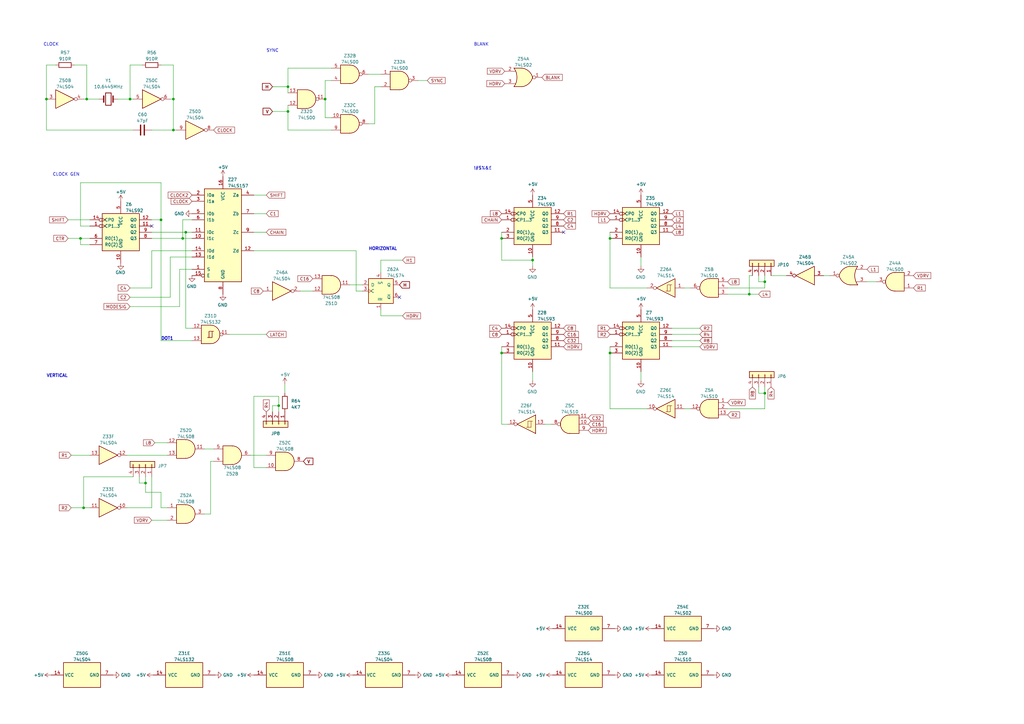
<source format=kicad_sch>
(kicad_sch (version 20230121) (generator eeschema)
  (paper "A3")
  (junction (at 114.3 166.37))
  (junction (at 118.11 45.72))
  (junction (at 59.69 198.12))
  (junction (at 133.35 40.64))
  (junction (at 205.74 97.79))
  (junction (at 19.05 40.64))
  (junction (at 71.12 40.64))
  (junction (at 250.19 144.78))
  (junction (at 74.93 97.79))
  (junction (at 118.11 35.56))
  (junction (at 53.34 40.64))
  (junction (at 313.69 161.29))
  (junction (at 307.34 120.65))
  (junction (at 35.56 40.64))
  (junction (at 34.29 208.28))
  (junction (at 71.12 53.34))
  (junction (at 313.69 115.57))
  (junction (at 218.44 106.68))
  (junction (at 66.04 90.17))
  (junction (at 250.19 97.79))
  (junction (at 76.2 95.25))
  (junction (at 205.74 144.78))
  (junction (at 33.02 97.79))
  (no_connect (at 62.23 92.71))
  (no_connect (at 163.83 121.92))
  (no_connect (at 231.14 95.25))
  (wire (pts (xy 313.69 113.03) (xy 313.69 115.57)))
  (wire (pts (xy 104.14 191.77) (xy 109.22 191.77)))
  (wire (pts (xy 83.82 210.82) (xy 86.36 210.82)))
  (wire (pts (xy 133.35 33.02) (xy 135.89 33.02)))
  (wire (pts (xy 355.6 115.57) (xy 359.41 115.57)))
  (wire (pts (xy 66.04 201.93) (xy 66.04 208.28)))
  (wire (pts (xy 316.23 113.03) (xy 322.58 113.03)))
  (wire (pts (xy 311.15 158.75) (xy 311.15 161.29)))
  (wire (pts (xy 62.23 208.28) (xy 52.07 208.28)))
  (wire (pts (xy 71.12 53.34) (xy 72.39 53.34)))
  (wire (pts (xy 156.21 129.54) (xy 165.1 129.54)))
  (wire (pts (xy 287.02 134.62) (xy 275.59 134.62)))
  (wire (pts (xy 250.19 142.24) (xy 250.19 144.78)))
  (wire (pts (xy 83.82 184.15) (xy 87.63 184.15)))
  (wire (pts (xy 59.69 198.12) (xy 59.69 201.93)))
  (wire (pts (xy 151.13 50.8) (xy 153.67 50.8)))
  (wire (pts (xy 218.44 106.68) (xy 218.44 109.22)))
  (wire (pts (xy 111.76 45.72) (xy 118.11 45.72)))
  (wire (pts (xy 63.5 181.61) (xy 68.58 181.61)))
  (wire (pts (xy 307.34 113.03) (xy 308.61 113.03)))
  (wire (pts (xy 71.12 40.64) (xy 71.12 53.34)))
  (wire (pts (xy 250.19 95.25) (xy 250.19 97.79)))
  (wire (pts (xy 62.23 213.36) (xy 68.58 213.36)))
  (wire (pts (xy 313.69 115.57) (xy 311.15 115.57)))
  (wire (pts (xy 33.02 74.93) (xy 66.04 74.93)))
  (wire (pts (xy 19.05 53.34) (xy 54.61 53.34)))
  (wire (pts (xy 48.26 40.64) (xy 53.34 40.64)))
  (wire (pts (xy 275.59 142.24) (xy 287.02 142.24)))
  (wire (pts (xy 111.76 35.56) (xy 118.11 35.56)))
  (wire (pts (xy 33.02 92.71) (xy 33.02 74.93)))
  (wire (pts (xy 59.69 198.12) (xy 57.15 198.12)))
  (wire (pts (xy 205.74 142.24) (xy 205.74 144.78)))
  (wire (pts (xy 29.21 208.28) (xy 34.29 208.28)))
  (wire (pts (xy 135.89 53.34) (xy 118.11 53.34)))
  (wire (pts (xy 62.23 97.79) (xy 74.93 97.79)))
  (wire (pts (xy 34.29 208.28) (xy 36.83 208.28)))
  (wire (pts (xy 53.34 40.64) (xy 54.61 40.64)))
  (wire (pts (xy 22.86 26.67) (xy 19.05 26.67)))
  (wire (pts (xy 66.04 26.67) (xy 71.12 26.67)))
  (wire (pts (xy 104.14 87.63) (xy 109.22 87.63)))
  (wire (pts (xy 59.69 201.93) (xy 66.04 201.93)))
  (wire (pts (xy 313.69 118.11) (xy 298.45 118.11)))
  (wire (pts (xy 111.76 166.37) (xy 114.3 166.37)))
  (wire (pts (xy 78.74 90.17) (xy 74.93 90.17)))
  (wire (pts (xy 76.2 134.62) (xy 78.74 134.62)))
  (wire (pts (xy 250.19 118.11) (xy 265.43 118.11)))
  (wire (pts (xy 118.11 53.34) (xy 118.11 45.72)))
  (wire (pts (xy 66.04 74.93) (xy 66.04 90.17)))
  (wire (pts (xy 69.85 121.92) (xy 69.85 105.41)))
  (wire (pts (xy 250.19 97.79) (xy 250.19 118.11)))
  (wire (pts (xy 298.45 120.65) (xy 307.34 120.65)))
  (wire (pts (xy 111.76 168.91) (xy 111.76 166.37)))
  (wire (pts (xy 35.56 26.67) (xy 35.56 40.64)))
  (wire (pts (xy 62.23 118.11) (xy 53.34 118.11)))
  (wire (pts (xy 313.69 158.75) (xy 313.69 161.29)))
  (wire (pts (xy 74.93 90.17) (xy 74.93 97.79)))
  (wire (pts (xy 29.21 186.69) (xy 36.83 186.69)))
  (wire (pts (xy 104.14 102.87) (xy 146.05 102.87)))
  (wire (pts (xy 36.83 92.71) (xy 33.02 92.71)))
  (wire (pts (xy 307.34 113.03) (xy 307.34 120.65)))
  (wire (pts (xy 33.02 97.79) (xy 36.83 97.79)))
  (wire (pts (xy 114.3 168.91) (xy 114.3 166.37)))
  (wire (pts (xy 313.69 167.64) (xy 298.45 167.64)))
  (wire (pts (xy 62.23 95.25) (xy 76.2 95.25)))
  (wire (pts (xy 19.05 40.64) (xy 19.05 53.34)))
  (wire (pts (xy 114.3 162.56) (xy 104.14 162.56)))
  (wire (pts (xy 59.69 195.58) (xy 59.69 198.12)))
  (wire (pts (xy 104.14 95.25) (xy 109.22 95.25)))
  (wire (pts (xy 104.14 162.56) (xy 104.14 191.77)))
  (wire (pts (xy 114.3 166.37) (xy 114.3 162.56)))
  (wire (pts (xy 311.15 115.57) (xy 311.15 113.03)))
  (wire (pts (xy 165.1 106.68) (xy 156.21 106.68)))
  (wire (pts (xy 34.29 195.58) (xy 54.61 195.58)))
  (wire (pts (xy 205.74 95.25) (xy 205.74 97.79)))
  (wire (pts (xy 66.04 90.17) (xy 62.23 90.17)))
  (wire (pts (xy 78.74 102.87) (xy 62.23 102.87)))
  (wire (pts (xy 156.21 106.68) (xy 156.21 111.76)))
  (wire (pts (xy 58.42 26.67) (xy 53.34 26.67)))
  (wire (pts (xy 205.74 97.79) (xy 205.74 106.68)))
  (wire (pts (xy 250.19 167.64) (xy 265.43 167.64)))
  (wire (pts (xy 262.89 152.4) (xy 262.89 156.21)))
  (wire (pts (xy 30.48 26.67) (xy 35.56 26.67)))
  (wire (pts (xy 205.74 173.99) (xy 208.28 173.99)))
  (wire (pts (xy 33.02 100.33) (xy 33.02 97.79)))
  (wire (pts (xy 337.82 113.03) (xy 340.36 113.03)))
  (wire (pts (xy 104.14 80.01) (xy 109.22 80.01)))
  (wire (pts (xy 86.36 189.23) (xy 87.63 189.23)))
  (wire (pts (xy 57.15 198.12) (xy 57.15 195.58)))
  (wire (pts (xy 143.51 116.84) (xy 148.59 116.84)))
  (wire (pts (xy 76.2 95.25) (xy 78.74 95.25)))
  (wire (pts (xy 19.05 26.67) (xy 19.05 40.64)))
  (wire (pts (xy 73.66 110.49) (xy 73.66 125.73)))
  (wire (pts (xy 133.35 40.64) (xy 133.35 33.02)))
  (wire (pts (xy 62.23 195.58) (xy 62.23 208.28)))
  (wire (pts (xy 153.67 35.56) (xy 156.21 35.56)))
  (wire (pts (xy 118.11 35.56) (xy 118.11 38.1)))
  (wire (pts (xy 118.11 45.72) (xy 118.11 43.18)))
  (wire (pts (xy 171.45 33.02) (xy 175.26 33.02)))
  (wire (pts (xy 66.04 139.7) (xy 66.04 90.17)))
  (wire (pts (xy 146.05 102.87) (xy 146.05 119.38)))
  (wire (pts (xy 74.93 97.79) (xy 78.74 97.79)))
  (wire (pts (xy 135.89 48.26) (xy 133.35 48.26)))
  (wire (pts (xy 69.85 105.41) (xy 78.74 105.41)))
  (wire (pts (xy 86.36 210.82) (xy 86.36 189.23)))
  (wire (pts (xy 76.2 95.25) (xy 76.2 134.62)))
  (wire (pts (xy 62.23 102.87) (xy 62.23 118.11)))
  (wire (pts (xy 133.35 48.26) (xy 133.35 40.64)))
  (wire (pts (xy 69.85 40.64) (xy 71.12 40.64)))
  (wire (pts (xy 280.67 167.64) (xy 283.21 167.64)))
  (wire (pts (xy 78.74 139.7) (xy 66.04 139.7)))
  (wire (pts (xy 280.67 118.11) (xy 283.21 118.11)))
  (wire (pts (xy 135.89 27.94) (xy 118.11 27.94)))
  (wire (pts (xy 313.69 115.57) (xy 313.69 118.11)))
  (wire (pts (xy 287.02 137.16) (xy 275.59 137.16)))
  (wire (pts (xy 62.23 53.34) (xy 71.12 53.34)))
  (wire (pts (xy 205.74 106.68) (xy 218.44 106.68)))
  (wire (pts (xy 262.89 105.41) (xy 262.89 109.22)))
  (wire (pts (xy 311.15 161.29) (xy 313.69 161.29)))
  (wire (pts (xy 36.83 100.33) (xy 33.02 100.33)))
  (wire (pts (xy 153.67 50.8) (xy 153.67 35.56)))
  (wire (pts (xy 53.34 26.67) (xy 53.34 40.64)))
  (wire (pts (xy 275.59 139.7) (xy 287.02 139.7)))
  (wire (pts (xy 146.05 119.38) (xy 148.59 119.38)))
  (wire (pts (xy 205.74 144.78) (xy 205.74 173.99)))
  (wire (pts (xy 53.34 121.92) (xy 69.85 121.92)))
  (wire (pts (xy 151.13 30.48) (xy 156.21 30.48)))
  (wire (pts (xy 313.69 161.29) (xy 313.69 167.64)))
  (wire (pts (xy 118.11 27.94) (xy 118.11 35.56)))
  (wire (pts (xy 156.21 127) (xy 156.21 129.54)))
  (wire (pts (xy 52.07 186.69) (xy 68.58 186.69)))
  (wire (pts (xy 123.19 119.38) (xy 128.27 119.38)))
  (wire (pts (xy 53.34 125.73) (xy 73.66 125.73)))
  (wire (pts (xy 71.12 26.67) (xy 71.12 40.64)))
  (wire (pts (xy 27.94 90.17) (xy 36.83 90.17)))
  (wire (pts (xy 66.04 208.28) (xy 68.58 208.28)))
  (wire (pts (xy 35.56 40.64) (xy 40.64 40.64)))
  (wire (pts (xy 78.74 110.49) (xy 73.66 110.49)))
  (wire (pts (xy 34.29 195.58) (xy 34.29 208.28)))
  (wire (pts (xy 102.87 186.69) (xy 109.22 186.69)))
  (wire (pts (xy 218.44 152.4) (xy 218.44 156.21)))
  (wire (pts (xy 116.84 157.48) (xy 116.84 161.29)))
  (wire (pts (xy 223.52 173.99) (xy 226.06 173.99)))
  (wire (pts (xy 27.94 97.79) (xy 33.02 97.79)))
  (wire (pts (xy 307.34 120.65) (xy 311.15 120.65)))
  (wire (pts (xy 218.44 105.41) (xy 218.44 106.68)))
  (wire (pts (xy 34.29 40.64) (xy 35.56 40.64)))
  (wire (pts (xy 93.98 137.16) (xy 109.22 137.16)))
  (wire (pts (xy 250.19 144.78) (xy 250.19 167.64)))
  (text "BLANK" (at 194.31 19.05 0) (effects (font (size 1.27 1.27)) (justify left bottom)))
  (text "VERTICAL" (at 19.05 154.94 0) (effects (font (size 1.27 1.27) bold) (justify left bottom)))
  (text "SYNC" (at 109.22 21.59 0) (effects (font (size 1.27 1.27)) (justify left bottom)))
  (text "DOT1" (at 66.04 139.7 0) (effects (font (size 1.27 1.27) (thickness 0.254) bold) (justify left bottom)))
  (text "CLOCK" (at 17.78 19.05 0) (effects (font (size 1.27 1.27)) (justify left bottom)))
  (text "!#$%&£" (at 194.31 69.85 0) (effects (font (size 1.27 1.27)) (justify left bottom)))
  (text "CLOCK GEN" (at 21.59 72.39 0) (effects (font (size 1.27 1.27)) (justify left bottom)))
  (text "HORIZONTAL" (at 151.13 102.87 0) (effects (font (size 1.27 1.27) bold) (justify left bottom)))
  (global_label "L8" (shape input) (at 298.45 115.57 0) (property "Intersheetrefs" "${INTERSHEET_REFS}" (effects hide)))
  (global_label "C2" (shape input) (at 53.34 121.92 180) (property "Intersheetrefs" "${INTERSHEET_REFS}" (effects hide)))
  (global_label "SHIFT" (shape input) (at 27.94 90.17 180) (property "Intersheetrefs" "${INTERSHEET_REFS}" (effects hide)))
  (global_label "R8" (shape input) (at 308.61 158.75 270) (property "Intersheetrefs" "${INTERSHEET_REFS}" (effects hide)))
  (global_label "C1" (shape input) (at 109.22 87.63 0) (property "Intersheetrefs" "${INTERSHEET_REFS}" (effects hide)))
  (global_label "L2" (shape input) (at 275.59 90.17 0) (property "Intersheetrefs" "${INTERSHEET_REFS}" (effects hide)))
  (global_label "CHAIN" (shape input) (at 205.74 90.17 180) (property "Intersheetrefs" "${INTERSHEET_REFS}" (effects hide)))
  (global_label "C8" (shape input) (at 205.74 137.16 180) (property "Intersheetrefs" "${INTERSHEET_REFS}" (effects hide)))
  (global_label "VDRV" (shape input) (at 287.02 142.24 0) (property "Intersheetrefs" "${INTERSHEET_REFS}" (effects hide)))
  (global_label "HDRV" (shape input) (at 231.14 142.24 0) (property "Intersheetrefs" "${INTERSHEET_REFS}" (effects hide)))
  (global_label "VDRV" (shape input) (at 207.01 29.21 180) (property "Intersheetrefs" "${INTERSHEET_REFS}" (effects hide)))
  (global_label "H" (shape input) (at 111.76 35.56 180) (effects (font (thickness 0.254) bold)) (property "Intersheetrefs" "${INTERSHEET_REFS}" (effects hide)))
  (global_label "H" (shape input) (at 163.83 116.84 0) (effects (font (thickness 0.254) bold)) (property "Intersheetrefs" "${INTERSHEET_REFS}" (effects hide)))
  (global_label "C4" (shape input) (at 205.74 134.62 180) (property "Intersheetrefs" "${INTERSHEET_REFS}" (effects hide)))
  (global_label "SHIFT" (shape input) (at 109.22 80.01 0) (property "Intersheetrefs" "${INTERSHEET_REFS}" (effects hide)))
  (global_label "R2" (shape input) (at 287.02 134.62 0) (property "Intersheetrefs" "${INTERSHEET_REFS}" (effects hide)))
  (global_label "CTR" (shape input) (at 27.94 97.79 180) (property "Intersheetrefs" "${INTERSHEET_REFS}" (effects hide)))
  (global_label "C8" (shape input) (at 107.95 119.38 180) (property "Intersheetrefs" "${INTERSHEET_REFS}" (effects hide)))
  (global_label "CHAIN" (shape input) (at 109.22 95.25 0) (property "Intersheetrefs" "${INTERSHEET_REFS}" (effects hide)))
  (global_label "R2" (shape input) (at 29.21 208.28 180) (property "Intersheetrefs" "${INTERSHEET_REFS}" (effects hide)))
  (global_label "HDRV" (shape input) (at 207.01 34.29 180) (property "Intersheetrefs" "${INTERSHEET_REFS}" (effects hide)))
  (global_label "MODESIG" (shape input) (at 53.34 125.73 180) (property "Intersheetrefs" "${INTERSHEET_REFS}" (effects hide)))
  (global_label "BLANK" (shape input) (at 222.25 31.75 0) (property "Intersheetrefs" "${INTERSHEET_REFS}" (effects hide)))
  (global_label "R1" (shape input) (at 29.21 186.69 180) (property "Intersheetrefs" "${INTERSHEET_REFS}" (effects hide)))
  (global_label "R4" (shape input) (at 287.02 137.16 0) (property "Intersheetrefs" "${INTERSHEET_REFS}" (effects hide)))
  (global_label "C16" (shape input) (at 241.3 173.99 0) (property "Intersheetrefs" "${INTERSHEET_REFS}" (effects hide)))
  (global_label "R1" (shape input) (at 250.19 134.62 180) (property "Intersheetrefs" "${INTERSHEET_REFS}" (effects hide)))
  (global_label "VDRV" (shape input) (at 374.65 113.03 0) (property "Intersheetrefs" "${INTERSHEET_REFS}" (effects hide)))
  (global_label "C32" (shape input) (at 241.3 171.45 0) (property "Intersheetrefs" "${INTERSHEET_REFS}" (effects hide)))
  (global_label "C16" (shape input) (at 128.27 114.3 180) (property "Intersheetrefs" "${INTERSHEET_REFS}" (effects hide)))
  (global_label "C4" (shape input) (at 231.14 92.71 0) (property "Intersheetrefs" "${INTERSHEET_REFS}" (effects hide)))
  (global_label "R4" (shape input) (at 109.22 168.91 90) (property "Intersheetrefs" "${INTERSHEET_REFS}" (effects hide)))
  (global_label "R1" (shape input) (at 374.65 118.11 0) (property "Intersheetrefs" "${INTERSHEET_REFS}" (effects hide)))
  (global_label "C4" (shape input) (at 53.34 118.11 180) (property "Intersheetrefs" "${INTERSHEET_REFS}" (effects hide)))
  (global_label "CLOCK" (shape input) (at 87.63 53.34 0) (property "Intersheetrefs" "${INTERSHEET_REFS}" (effects hide)))
  (global_label "L8" (shape input) (at 275.59 95.25 0) (property "Intersheetrefs" "${INTERSHEET_REFS}" (effects hide)))
  (global_label "C2" (shape input) (at 231.14 90.17 0) (property "Intersheetrefs" "${INTERSHEET_REFS}" (effects hide)))
  (global_label "L4" (shape input) (at 311.15 120.65 0) (property "Intersheetrefs" "${INTERSHEET_REFS}" (effects hide)))
  (global_label "L1" (shape input) (at 250.19 90.17 180) (property "Intersheetrefs" "${INTERSHEET_REFS}" (effects hide)))
  (global_label "VDRV" (shape input) (at 298.45 165.1 0) (property "Intersheetrefs" "${INTERSHEET_REFS}" (effects hide)))
  (global_label "CLOCK" (shape input) (at 78.74 82.55 180) (property "Intersheetrefs" "${INTERSHEET_REFS}" (effects hide)))
  (global_label "VDRV" (shape input) (at 62.23 213.36 180) (property "Intersheetrefs" "${INTERSHEET_REFS}" (effects hide)))
  (global_label "L8" (shape input) (at 205.74 87.63 180) (property "Intersheetrefs" "${INTERSHEET_REFS}" (effects hide)))
  (global_label "CLOCK2" (shape input) (at 78.74 80.01 180) (property "Intersheetrefs" "${INTERSHEET_REFS}" (effects hide)))
  (global_label "HDRV" (shape input) (at 241.3 176.53 0) (property "Intersheetrefs" "${INTERSHEET_REFS}" (effects hide)))
  (global_label "L8" (shape input) (at 63.5 181.61 180) (property "Intersheetrefs" "${INTERSHEET_REFS}" (effects hide)))
  (global_label "V" (shape input) (at 111.76 45.72 180) (effects (font (thickness 0.254) bold)) (property "Intersheetrefs" "${INTERSHEET_REFS}" (effects hide)))
  (global_label "SYNC" (shape input) (at 175.26 33.02 0) (property "Intersheetrefs" "${INTERSHEET_REFS}" (effects hide)))
  (global_label "C8" (shape input) (at 231.14 134.62 0) (property "Intersheetrefs" "${INTERSHEET_REFS}" (effects hide)))
  (global_label "C16" (shape input) (at 231.14 137.16 0) (property "Intersheetrefs" "${INTERSHEET_REFS}" (effects hide)))
  (global_label "L1" (shape input) (at 275.59 87.63 0) (property "Intersheetrefs" "${INTERSHEET_REFS}" (effects hide)))
  (global_label "HDRV" (shape input) (at 250.19 87.63 180) (property "Intersheetrefs" "${INTERSHEET_REFS}" (effects hide)))
  (global_label "R8" (shape input) (at 287.02 139.7 0) (property "Intersheetrefs" "${INTERSHEET_REFS}" (effects hide)))
  (global_label "V" (shape input) (at 124.46 189.23 0) (effects (font (thickness 0.254) bold)) (property "Intersheetrefs" "${INTERSHEET_REFS}" (effects hide)))
  (global_label "R4" (shape input) (at 316.23 158.75 270) (property "Intersheetrefs" "${INTERSHEET_REFS}" (effects hide)))
  (global_label "R2" (shape input) (at 250.19 137.16 180) (property "Intersheetrefs" "${INTERSHEET_REFS}" (effects hide)))
  (global_label "L4" (shape input) (at 275.59 92.71 0) (property "Intersheetrefs" "${INTERSHEET_REFS}" (effects hide)))
  (global_label "HDRV" (shape input) (at 165.1 129.54 0) (property "Intersheetrefs" "${INTERSHEET_REFS}" (effects hide)))
  (global_label "C32" (shape input) (at 231.14 139.7 0) (property "Intersheetrefs" "${INTERSHEET_REFS}" (effects hide)))
  (global_label "LATCH" (shape input) (at 109.22 137.16 0) (property "Intersheetrefs" "${INTERSHEET_REFS}" (effects hide)))
  (global_label "R1" (shape input) (at 231.14 87.63 0) (property "Intersheetrefs" "${INTERSHEET_REFS}" (effects hide)))
  (global_label "H1" (shape input) (at 165.1 106.68 0) (property "Intersheetrefs" "${INTERSHEET_REFS}" (effects hide)))
  (global_label "L1" (shape input) (at 355.6 110.49 0) (property "Intersheetrefs" "${INTERSHEET_REFS}" (effects hide)))
  (global_label "R2" (shape input) (at 298.45 170.18 0) (property "Intersheetrefs" "${INTERSHEET_REFS}" (effects hide)))
  (symbol (lib_id "power:+5V") (at 267.335 257.81 90) (unit 1)
    (property "Reference" "#PWR010" (effects hide))
    (property "Value" "+5V" (at 262.255 257.81 90))
    (instances (project "TRS80IJP_1" (path "" (reference "#PWR010") (unit 1)) (path "" (reference "#PWR040") (unit 1))))
  )
  (symbol (lib_id "power:GND") (at 78.74 87.63 270) (unit 1)
    (property "Reference" "#PWR0108" (effects hide))
    (property "Value" "GND" (at 75.565 87.63 90) (effects (justify right)))
    (instances (project "TRS80IJP_1" (path "" (reference "#PWR0108") (unit 1)) (path "" (reference "#PWR0123") (unit 1)) (path "" (reference "#PWR0132") (unit 1)) (path "" (reference "#PWR0137") (unit 1)) (path "" (reference "#PWR0216") (unit 1)) (path "" (reference "#PWR0187") (unit 1))))
  )
  (symbol (lib_id "power:GND") (at 129.54 276.86 90) (unit 1)
    (property "Reference" "#PWR0108" (effects hide))
    (property "Value" "GND" (at 132.715 276.86 90) (effects (justify right)))
    (instances (project "TRS80IJP_1" (path "" (reference "#PWR0108") (unit 1)) (path "" (reference "#PWR0123") (unit 1)) (path "" (reference "#PWR0132") (unit 1)) (path "" (reference "#PWR0137") (unit 1)) (path "" (reference "#PWR0163") (unit 1))))
  )
  (symbol (lib_id "74xx:74LS10") (at 290.83 118.11 180) (unit 2)
    (property "Reference" "Z5" (at 290.83 110.49 0))
    (property "Value" "74LS10" (at 290.83 113.03 0))
    (property "Footprint" "Package_DIP:DIP-14_W7.62mm" (effects hide))
    (property "Datasheet" "http://www.ti.com/lit/gpn/sn74LS10" (effects hide))
  )
  (symbol (lib_id "Connector_Generic:Conn_01x04") (at 313.69 107.95 270) (mirror x) (unit 1)
    (property "Reference" "JP10" (at 318.77 108.585 90) (effects (justify left)))
    (property "Value" "JP8" (effects hide))
    (property "Footprint" "TRS80:Double Wire Jumper" (effects hide))
  )
  (symbol (lib_id "74xx:74LS02") (at 347.98 113.03 0) (mirror y) (unit 1)
    (property "Reference" "Z45" (at 347.98 105.41 0))
    (property "Value" "74LS02" (at 347.98 107.95 0))
    (property "Footprint" "Package_DIP:DIP-14_W7.62mm" (effects hide))
    (property "Datasheet" "http://www.ti.com/lit/gpn/sn74ls02" (effects hide))
  )
  (symbol (lib_id "power:GND") (at 292.735 276.86 90) (unit 1)
    (property "Reference" "#PWR0108" (effects hide))
    (property "Value" "GND" (at 295.91 276.86 90) (effects (justify right)))
    (instances (project "TRS80IJP_1" (path "" (reference "#PWR0108") (unit 1)) (path "" (reference "#PWR0123") (unit 1)) (path "" (reference "#PWR0132") (unit 1)) (path "" (reference "#PWR0137") (unit 1)) (path "" (reference "#PWR0168") (unit 1))))
  )
  (symbol (lib_id "Device:R") (at 26.67 26.67 90) (unit 1)
    (property "Reference" "R57" (at 26.67 21.59 90))
    (property "Value" "910R" (at 26.67 24.13 90))
    (property "Footprint" "TRS80:Resistor 10.16mm" (effects hide))
  )
  (symbol (lib_id "power:GND") (at 252.095 257.81 90) (unit 1)
    (property "Reference" "#PWR0108" (effects hide))
    (property "Value" "GND" (at 255.27 257.81 90) (effects (justify right)))
    (instances (project "TRS80IJP_1" (path "" (reference "#PWR0108") (unit 1)) (path "" (reference "#PWR0123") (unit 1)) (path "" (reference "#PWR0132") (unit 1)) (path "" (reference "#PWR0137") (unit 1)) (path "" (reference "#PWR0166") (unit 1))))
  )
  (symbol (lib_id "74xx:74LS93") (at 262.89 139.7 0) (unit 1)
    (property "Reference" "Z7" (at 264.8459 128.27 0) (effects (justify left)))
    (property "Value" "74LS93" (at 264.8459 130.81 0) (effects (justify left)))
    (property "Footprint" "Package_DIP:DIP-14_W7.62mm" (effects hide))
    (property "Datasheet" "http://www.ti.com/lit/gpn/sn74LS93" (effects hide))
  )
  (symbol (lib_id "power:+5V") (at 91.44 72.39 0) (unit 1)
    (property "Reference" "#PWR010" (effects hide))
    (property "Value" "+5V" (at 91.44 68.58 0))
    (instances (project "TRS80IJP_1" (path "" (reference "#PWR010") (unit 1)) (path "" (reference "#PWR096") (unit 1)) (path "" (reference "#PWR048") (unit 1)) (path "" (reference "#PWR058") (unit 1)) (path "" (reference "#PWR079") (unit 1)) (path "" (reference "#PWR092") (unit 1))))
  )
  (symbol (lib_id "74xx:74LS00") (at 367.03 115.57 180) (unit 1)
    (property "Reference" "Z44" (at 367.03 107.95 0))
    (property "Value" "74LS00" (at 367.03 110.49 0))
    (property "Footprint" "Package_DIP:DIP-14_W7.62mm" (effects hide))
    (property "Datasheet" "http://www.ti.com/lit/gpn/sn74ls00" (effects hide))
  )
  (symbol (lib_id "74xx:74LS93") (at 262.89 92.71 0) (unit 1)
    (property "Reference" "Z35" (at 264.8459 81.28 0) (effects (justify left)))
    (property "Value" "74LS93" (at 264.8459 83.82 0) (effects (justify left)))
    (property "Footprint" "Package_DIP:DIP-14_W7.62mm" (effects hide))
    (property "Datasheet" "http://www.ti.com/lit/gpn/sn74LS93" (effects hide))
  )
  (symbol (lib_id "power:+5V") (at 144.78 276.86 90) (unit 1)
    (property "Reference" "#PWR010" (effects hide))
    (property "Value" "+5V" (at 139.7 276.86 90))
    (instances (project "TRS80IJP_1" (path "" (reference "#PWR010") (unit 1)) (path "" (reference "#PWR036") (unit 1))))
  )
  (symbol (lib_id "Connector_Generic:Conn_01x04") (at 313.69 153.67 270) (mirror x) (unit 1)
    (property "Reference" "JP6" (at 318.77 154.305 90) (effects (justify left)))
    (property "Value" "JP8" (effects hide))
    (property "Footprint" "TRS80:Double Wire Jumper" (effects hide))
  )
  (symbol (lib_id "power:GND") (at 252.095 276.86 90) (unit 1)
    (property "Reference" "#PWR0108" (effects hide))
    (property "Value" "GND" (at 255.27 276.86 90) (effects (justify right)))
    (instances (project "TRS80IJP_1" (path "" (reference "#PWR0108") (unit 1)) (path "" (reference "#PWR0123") (unit 1)) (path "" (reference "#PWR0132") (unit 1)) (path "" (reference "#PWR0137") (unit 1)) (path "" (reference "#PWR0167") (unit 1))))
  )
  (symbol (lib_id "74xx:74LS08") (at 116.84 276.86 90) (unit 5)
    (property "Reference" "Z51" (at 116.84 267.97 90))
    (property "Value" "74LS08" (at 116.84 270.51 90))
    (property "Footprint" "Package_DIP:DIP-14_W7.62mm" (effects hide))
    (property "Datasheet" "http://www.ti.com/lit/gpn/sn74LS08" (effects hide))
  )
  (symbol (lib_id "74xx:74LS00") (at 143.51 30.48 0) (mirror x) (unit 2)
    (property "Reference" "Z32" (at 143.51 22.86 0))
    (property "Value" "74LS00" (at 143.51 25.4 0))
    (property "Footprint" "Package_DIP:DIP-14_W7.62mm" (effects hide))
    (property "Datasheet" "http://www.ti.com/lit/gpn/sn74ls00" (effects hide))
  )
  (symbol (lib_id "Device:C") (at 58.42 53.34 90) (unit 1)
    (property "Reference" "C60" (at 58.42 46.99 90))
    (property "Value" "47pF" (at 58.42 49.53 90))
    (property "Footprint" "TRS80:Ceramic Disc 5mm" (effects hide))
  )
  (symbol (lib_id "74xx:74LS04") (at 33.655 276.86 90) (unit 7)
    (property "Reference" "Z50" (at 33.655 267.97 90))
    (property "Value" "74LS04" (at 33.655 270.51 90))
    (property "Footprint" "Package_DIP:DIP-14_W7.62mm" (effects hide))
    (property "Datasheet" "http://www.ti.com/lit/gpn/sn74LS04" (effects hide))
  )
  (symbol (lib_id "power:GND") (at 46.355 276.86 90) (unit 1)
    (property "Reference" "#PWR0108" (effects hide))
    (property "Value" "GND" (at 49.53 276.86 90) (effects (justify right)))
    (instances (project "TRS80IJP_1" (path "" (reference "#PWR0108") (unit 1)) (path "" (reference "#PWR0123") (unit 1)) (path "" (reference "#PWR0132") (unit 1)) (path "" (reference "#PWR0137") (unit 1)) (path "" (reference "#PWR0161") (unit 1))))
  )
  (symbol (lib_id "power:GND") (at 78.74 113.03 0) (unit 1)
    (property "Reference" "#PWR0108" (effects hide))
    (property "Value" "GND" (at 80.645 117.475 0) (effects (justify right)))
    (instances (project "TRS80IJP_1" (path "" (reference "#PWR0108") (unit 1)) (path "" (reference "#PWR0123") (unit 1)) (path "" (reference "#PWR0132") (unit 1)) (path "" (reference "#PWR0137") (unit 1)) (path "" (reference "#PWR0217") (unit 1)) (path "" (reference "#PWR0187") (unit 1))))
  )
  (symbol (lib_id "74xx:74LS14") (at 215.9 173.99 180) (unit 6)
    (property "Reference" "Z26" (at 215.9 166.37 0))
    (property "Value" "74LS14" (at 215.9 168.91 0))
    (property "Footprint" "Package_DIP:DIP-14_W7.62mm" (effects hide))
    (property "Datasheet" "http://www.ti.com/lit/gpn/sn74LS14" (effects hide))
  )
  (symbol (lib_id "power:+5V") (at 185.42 276.86 90) (unit 1)
    (property "Reference" "#PWR010" (effects hide))
    (property "Value" "+5V" (at 180.34 276.86 90))
    (instances (project "TRS80IJP_1" (path "" (reference "#PWR010") (unit 1)) (path "" (reference "#PWR037") (unit 1))))
  )
  (symbol (lib_id "74xx:74LS08") (at 95.25 186.69 0) (mirror x) (unit 2)
    (property "Reference" "Z52" (at 95.25 194.31 0))
    (property "Value" "74LS08" (at 95.25 191.77 0))
    (property "Footprint" "Package_DIP:DIP-14_W7.62mm" (effects hide))
    (property "Datasheet" "http://www.ti.com/lit/gpn/sn74LS08" (effects hide))
  )
  (symbol (lib_id "74xx:74LS14") (at 273.05 167.64 180) (unit 5)
    (property "Reference" "Z26" (at 273.05 160.02 0))
    (property "Value" "74LS14" (at 273.05 162.56 0))
    (property "Footprint" "Package_DIP:DIP-14_W7.62mm" (effects hide))
    (property "Datasheet" "http://www.ti.com/lit/gpn/sn74LS14" (effects hide))
  )
  (symbol (lib_id "power:+5V") (at 218.44 80.01 0) (unit 1)
    (property "Reference" "#PWR010" (effects hide))
    (property "Value" "+5V" (at 218.44 75.565 0))
    (instances (project "TRS80IJP_1" (path "" (reference "#PWR010") (unit 1)) (path "" (reference "#PWR043") (unit 1))))
  )
  (symbol (lib_id "power:+5V") (at 104.14 276.86 90) (unit 1)
    (property "Reference" "#PWR010" (effects hide))
    (property "Value" "+5V" (at 99.06 276.86 90))
    (instances (project "TRS80IJP_1" (path "" (reference "#PWR010") (unit 1)) (path "" (reference "#PWR035") (unit 1))))
  )
  (symbol (lib_id "74xx:74LS04") (at 157.48 276.86 90) (unit 7)
    (property "Reference" "Z33" (at 157.48 267.97 90))
    (property "Value" "74LS04" (at 157.48 270.51 90))
    (property "Footprint" "Package_DIP:DIP-14_W7.62mm" (effects hide))
    (property "Datasheet" "http://www.ti.com/lit/gpn/sn74LS04" (effects hide))
  )
  (symbol (lib_id "74xx:74LS02") (at 214.63 31.75 0) (unit 1)
    (property "Reference" "Z54" (at 214.63 24.13 0))
    (property "Value" "74LS02" (at 214.63 26.67 0))
    (property "Footprint" "Package_DIP:DIP-14_W7.62mm" (effects hide))
    (property "Datasheet" "http://www.ti.com/lit/gpn/sn74ls02" (effects hide))
  )
  (symbol (lib_id "power:GND") (at 218.44 156.21 0) (unit 1)
    (property "Reference" "#PWR0108" (effects hide))
    (property "Value" "GND" (at 220.345 160.655 0) (effects (justify right)))
    (instances (project "TRS80IJP_1" (path "" (reference "#PWR0108") (unit 1)) (path "" (reference "#PWR0123") (unit 1)) (path "" (reference "#PWR0132") (unit 1)) (path "" (reference "#PWR0137") (unit 1)) (path "" (reference "#PWR0220") (unit 1)) (path "" (reference "#PWR0187") (unit 1))))
  )
  (symbol (lib_id "74xx:74LS10") (at 290.83 167.64 0) (mirror y) (unit 1)
    (property "Reference" "Z5" (at 290.83 160.02 0))
    (property "Value" "74LS10" (at 290.83 162.56 0))
    (property "Footprint" "Package_DIP:DIP-14_W7.62mm" (effects hide))
    (property "Datasheet" "http://www.ti.com/lit/gpn/sn74LS10" (effects hide))
  )
  (symbol (lib_id "74xx:74LS157") (at 91.44 95.25 0) (unit 1)
    (property "Reference" "Z27" (at 93.3959 73.66 0) (effects (justify left)))
    (property "Value" "74LS157" (at 93.3959 76.2 0) (effects (justify left)))
    (property "Footprint" "Package_DIP:DIP-16_W7.62mm" (effects hide))
    (property "Datasheet" "http://www.ti.com/lit/gpn/sn74LS157" (effects hide))
  )
  (symbol (lib_id "power:GND") (at 218.44 109.22 0) (unit 1)
    (property "Reference" "#PWR0108" (effects hide))
    (property "Value" "GND" (at 220.345 113.665 0) (effects (justify right)))
    (instances (project "TRS80IJP_1" (path "" (reference "#PWR0108") (unit 1)) (path "" (reference "#PWR0123") (unit 1)) (path "" (reference "#PWR0132") (unit 1)) (path "" (reference "#PWR0137") (unit 1)) (path "" (reference "#PWR0219") (unit 1)) (path "" (reference "#PWR0187") (unit 1))))
  )
  (symbol (lib_id "74xx:74LS00") (at 143.51 50.8 0) (mirror x) (unit 3)
    (property "Reference" "Z32" (at 143.51 43.18 0))
    (property "Value" "74LS00" (at 143.51 45.72 0))
    (property "Footprint" "Package_DIP:DIP-14_W7.62mm" (effects hide))
    (property "Datasheet" "http://www.ti.com/lit/gpn/sn74ls00" (effects hide))
  )
  (symbol (lib_id "power:+5V") (at 262.89 127 0) (unit 1)
    (property "Reference" "#PWR010" (effects hide))
    (property "Value" "+5V" (at 262.89 122.555 0))
    (instances (project "TRS80IJP_1" (path "" (reference "#PWR010") (unit 1)) (path "" (reference "#PWR045") (unit 1))))
  )
  (symbol (lib_id "74xx:74LS08") (at 135.89 116.84 0) (mirror x) (unit 4)
    (property "Reference" "Z51" (at 135.89 124.46 0))
    (property "Value" "74LS08" (at 135.89 121.92 0))
    (property "Footprint" "Package_DIP:DIP-14_W7.62mm" (effects hide))
    (property "Datasheet" "http://www.ti.com/lit/gpn/sn74LS08" (effects hide))
  )
  (symbol (lib_id "74xx:74LS132") (at 86.36 137.16 0) (unit 4)
    (property "Reference" "Z31" (at 86.36 129.54 0))
    (property "Value" "74LS132" (at 86.36 132.08 0))
    (property "Footprint" "Package_DIP:DIP-14_W7.62mm" (effects hide))
    (property "Datasheet" "http://www.ti.com/lit/gpn/sn74LS132" (effects hide))
  )
  (symbol (lib_id "74xx:74LS10") (at 233.68 173.99 180) (unit 3)
    (property "Reference" "Z5" (at 233.68 166.37 0))
    (property "Value" "74LS10" (at 233.68 168.91 0))
    (property "Footprint" "Package_DIP:DIP-14_W7.62mm" (effects hide))
    (property "Datasheet" "http://www.ti.com/lit/gpn/sn74LS10" (effects hide))
  )
  (symbol (lib_id "74xx:74LS00") (at 163.83 33.02 0) (unit 1)
    (property "Reference" "Z32" (at 163.83 25.4 0))
    (property "Value" "74LS00" (at 163.83 27.94 0))
    (property "Footprint" "Package_DIP:DIP-14_W7.62mm" (effects hide))
    (property "Datasheet" "http://www.ti.com/lit/gpn/sn74ls00" (effects hide))
  )
  (symbol (lib_id "power:GND") (at 170.18 276.86 90) (unit 1)
    (property "Reference" "#PWR0108" (effects hide))
    (property "Value" "GND" (at 173.355 276.86 90) (effects (justify right)))
    (instances (project "TRS80IJP_1" (path "" (reference "#PWR0108") (unit 1)) (path "" (reference "#PWR0123") (unit 1)) (path "" (reference "#PWR0132") (unit 1)) (path "" (reference "#PWR0137") (unit 1)) (path "" (reference "#PWR0165") (unit 1))))
  )
  (symbol (lib_id "74xx:74LS08") (at 76.2 210.82 0) (unit 1)
    (property "Reference" "Z52" (at 76.2 203.2 0))
    (property "Value" "74LS08" (at 76.2 205.74 0))
    (property "Footprint" "Package_DIP:DIP-14_W7.62mm" (effects hide))
    (property "Datasheet" "http://www.ti.com/lit/gpn/sn74LS08" (effects hide))
  )
  (symbol (lib_id "power:+5V") (at 226.695 257.81 90) (unit 1)
    (property "Reference" "#PWR010" (effects hide))
    (property "Value" "+5V" (at 221.615 257.81 90))
    (instances (project "TRS80IJP_1" (path "" (reference "#PWR010") (unit 1)) (path "" (reference "#PWR041") (unit 1))))
  )
  (symbol (lib_id "74xx:74LS04") (at 44.45 208.28 0) (unit 5)
    (property "Reference" "Z33" (at 44.45 200.66 0))
    (property "Value" "74LS04" (at 44.45 203.2 0))
    (property "Footprint" "Package_DIP:DIP-14_W7.62mm" (effects hide))
    (property "Datasheet" "http://www.ti.com/lit/gpn/sn74LS04" (effects hide))
  )
  (symbol (lib_id "power:+5V") (at 267.335 276.86 90) (unit 1)
    (property "Reference" "#PWR010" (effects hide))
    (property "Value" "+5V" (at 262.255 276.86 90))
    (instances (project "TRS80IJP_1" (path "" (reference "#PWR010") (unit 1)) (path "" (reference "#PWR039") (unit 1))))
  )
  (symbol (lib_id "power:GND") (at 49.53 107.95 0) (unit 1)
    (property "Reference" "#PWR0108" (effects hide))
    (property "Value" "GND" (at 51.435 111.76 0) (effects (justify right)))
    (instances (project "TRS80IJP_1" (path "" (reference "#PWR0108") (unit 1)) (path "" (reference "#PWR0123") (unit 1)) (path "" (reference "#PWR0132") (unit 1)) (path "" (reference "#PWR0137") (unit 1)) (path "" (reference "#PWR0160") (unit 1))))
  )
  (symbol (lib_id "power:GND") (at 262.89 109.22 0) (unit 1)
    (property "Reference" "#PWR0108" (effects hide))
    (property "Value" "GND" (at 264.795 113.665 0) (effects (justify right)))
    (instances (project "TRS80IJP_1" (path "" (reference "#PWR0108") (unit 1)) (path "" (reference "#PWR0123") (unit 1)) (path "" (reference "#PWR0132") (unit 1)) (path "" (reference "#PWR0137") (unit 1)) (path "" (reference "#PWR0228") (unit 1)) (path "" (reference "#PWR0187") (unit 1))))
  )
  (symbol (lib_id "power:+5V") (at 49.53 82.55 0) (unit 1)
    (property "Reference" "#PWR010" (effects hide))
    (property "Value" "+5V" (at 49.53 78.74 0))
    (instances (project "TRS80IJP_1" (path "" (reference "#PWR010") (unit 1)) (path "" (reference "#PWR095") (unit 1)) (path "" (reference "#PWR048") (unit 1)) (path "" (reference "#PWR058") (unit 1)) (path "" (reference "#PWR079") (unit 1)) (path "" (reference "#PWR092") (unit 1))))
  )
  (symbol (lib_id "power:+5V") (at 226.695 276.86 90) (unit 1)
    (property "Reference" "#PWR010" (effects hide))
    (property "Value" "+5V" (at 221.615 276.86 90))
    (instances (project "TRS80IJP_1" (path "" (reference "#PWR010") (unit 1)) (path "" (reference "#PWR038") (unit 1))))
  )
  (symbol (lib_id "Device:R") (at 116.84 165.1 0) (unit 1)
    (property "Reference" "R64" (at 119.38 164.465 0) (effects (justify left)))
    (property "Value" "4K7" (at 119.38 167.005 0) (effects (justify left)))
    (property "Footprint" "TRS80:Resistor 10.16mm" (effects hide))
  )
  (symbol (lib_id "74xx:74LS04") (at 26.67 40.64 0) (unit 2)
    (property "Reference" "Z50" (at 26.67 33.02 0))
    (property "Value" "74LS04" (at 26.67 35.56 0))
    (property "Footprint" "Package_DIP:DIP-14_W7.62mm" (effects hide))
    (property "Datasheet" "http://www.ti.com/lit/gpn/sn74LS04" (effects hide))
  )
  (symbol (lib_id "74xx:74LS04") (at 80.01 53.34 0) (unit 4)
    (property "Reference" "Z50" (at 80.01 45.72 0))
    (property "Value" "74LS04" (at 80.01 48.26 0))
    (property "Footprint" "Package_DIP:DIP-14_W7.62mm" (effects hide))
    (property "Datasheet" "http://www.ti.com/lit/gpn/sn74LS04" (effects hide))
  )
  (symbol (lib_id "74xx:74LS04") (at 44.45 186.69 0) (unit 6)
    (property "Reference" "Z33" (at 44.45 179.07 0))
    (property "Value" "74LS04" (at 44.45 181.61 0))
    (property "Footprint" "Package_DIP:DIP-14_W7.62mm" (effects hide))
    (property "Datasheet" "http://www.ti.com/lit/gpn/sn74LS04" (effects hide))
  )
  (symbol (lib_id "74xx:74LS04") (at 330.2 113.03 180) (unit 2)
    (property "Reference" "Z46" (at 330.2 105.41 0))
    (property "Value" "74LS04" (at 330.2 107.95 0))
    (property "Footprint" "Package_DIP:DIP-14_W7.62mm" (effects hide))
    (property "Datasheet" "http://www.ti.com/lit/gpn/sn74LS04" (effects hide))
  )
  (symbol (lib_id "power:+5V") (at 20.955 276.86 90) (unit 1)
    (property "Reference" "#PWR010" (effects hide))
    (property "Value" "+5V" (at 15.875 276.86 90))
    (instances (project "TRS80IJP_1" (path "" (reference "#PWR010") (unit 1)) (path "" (reference "#PWR033") (unit 1))))
  )
  (symbol (lib_id "power:GND") (at 91.44 120.65 0) (unit 1)
    (property "Reference" "#PWR0108" (effects hide))
    (property "Value" "GND" (at 93.345 125.095 0) (effects (justify right)))
    (instances (project "TRS80IJP_1" (path "" (reference "#PWR0108") (unit 1)) (path "" (reference "#PWR0123") (unit 1)) (path "" (reference "#PWR0132") (unit 1)) (path "" (reference "#PWR0137") (unit 1)) (path "" (reference "#PWR0218") (unit 1)) (path "" (reference "#PWR0187") (unit 1))))
  )
  (symbol (lib_id "power:+5V") (at 116.84 157.48 0) (unit 1)
    (property "Reference" "#PWR010" (effects hide))
    (property "Value" "+5V" (at 116.84 153.67 0))
    (instances (project "TRS80IJP_1" (path "" (reference "#PWR010") (unit 1)) (path "" (reference "#PWR097") (unit 1)) (path "" (reference "#PWR048") (unit 1)) (path "" (reference "#PWR058") (unit 1)) (path "" (reference "#PWR079") (unit 1)) (path "" (reference "#PWR092") (unit 1))))
  )
  (symbol (lib_id "74xx:74LS10") (at 280.035 276.86 90) (unit 4)
    (property "Reference" "Z5" (at 280.035 267.97 90))
    (property "Value" "74LS10" (at 280.035 270.51 90))
    (property "Footprint" "Package_DIP:DIP-14_W7.62mm" (effects hide))
    (property "Datasheet" "http://www.ti.com/lit/gpn/sn74LS10" (effects hide))
  )
  (symbol (lib_id "Connector_Generic:Conn_01x04") (at 114.3 173.99 270) (unit 1)
    (property "Reference" "JP8" (at 113.03 177.8 90))
    (property "Value" "JP8" (effects hide))
    (property "Footprint" "TRS80:Double Wire Jumper" (effects hide))
  )
  (symbol (lib_id "power:GND") (at 210.82 276.86 90) (unit 1)
    (property "Reference" "#PWR0108" (effects hide))
    (property "Value" "GND" (at 213.995 276.86 90) (effects (justify right)))
    (instances (project "TRS80IJP_1" (path "" (reference "#PWR0108") (unit 1)) (path "" (reference "#PWR0123") (unit 1)) (path "" (reference "#PWR0132") (unit 1)) (path "" (reference "#PWR0137") (unit 1)) (path "" (reference "#PWR0164") (unit 1))))
  )
  (symbol (lib_id "74xx:74LS02") (at 280.035 257.81 90) (unit 5)
    (property "Reference" "Z54" (at 280.035 248.92 90))
    (property "Value" "74LS02" (at 280.035 251.46 90))
    (property "Footprint" "Package_DIP:DIP-14_W7.62mm" (effects hide))
    (property "Datasheet" "http://www.ti.com/lit/gpn/sn74ls02" (effects hide))
  )
  (symbol (lib_id "74xx:74LS132") (at 75.565 276.86 90) (unit 5)
    (property "Reference" "Z31" (at 75.565 267.97 90))
    (property "Value" "74LS132" (at 75.565 270.51 90))
    (property "Footprint" "Package_DIP:DIP-14_W7.62mm" (effects hide))
    (property "Datasheet" "http://www.ti.com/lit/gpn/sn74LS132" (effects hide))
  )
  (symbol (lib_id "power:GND") (at 292.735 257.81 90) (unit 1)
    (property "Reference" "#PWR0108" (effects hide))
    (property "Value" "GND" (at 295.91 257.81 90) (effects (justify right)))
    (instances (project "TRS80IJP_1" (path "" (reference "#PWR0108") (unit 1)) (path "" (reference "#PWR0123") (unit 1)) (path "" (reference "#PWR0132") (unit 1)) (path "" (reference "#PWR0137") (unit 1)) (path "" (reference "#PWR0169") (unit 1))))
  )
  (symbol (lib_id "power:+5V") (at 262.89 80.01 0) (unit 1)
    (property "Reference" "#PWR010" (effects hide))
    (property "Value" "+5V" (at 262.89 75.565 0))
    (instances (project "TRS80IJP_1" (path "" (reference "#PWR010") (unit 1)) (path "" (reference "#PWR042") (unit 1))))
  )
  (symbol (lib_id "74xx:74LS00") (at 125.73 40.64 0) (mirror x) (unit 4)
    (property "Reference" "Z32" (at 125.73 45.72 0))
    (property "Value" "74LS00" (at 125.73 48.26 0))
    (property "Footprint" "Package_DIP:DIP-14_W7.62mm" (effects hide))
    (property "Datasheet" "http://www.ti.com/lit/gpn/sn74ls00" (effects hide))
  )
  (symbol (lib_id "74xx:74LS08") (at 198.12 276.86 90) (unit 5)
    (property "Reference" "Z52" (at 198.12 267.97 90))
    (property "Value" "74LS08" (at 198.12 270.51 90))
    (property "Footprint" "Package_DIP:DIP-14_W7.62mm" (effects hide))
    (property "Datasheet" "http://www.ti.com/lit/gpn/sn74LS08" (effects hide))
  )
  (symbol (lib_id "74xx:74LS04") (at 62.23 40.64 0) (unit 3)
    (property "Reference" "Z50" (at 62.23 33.02 0))
    (property "Value" "74LS04" (at 62.23 35.56 0))
    (property "Footprint" "Package_DIP:DIP-14_W7.62mm" (effects hide))
    (property "Datasheet" "http://www.ti.com/lit/gpn/sn74LS04" (effects hide))
  )
  (symbol (lib_id "Device:Crystal") (at 44.45 40.64 180) (unit 1)
    (property "Reference" "Y1" (at 44.45 33.02 0))
    (property "Value" "10.6445MHz" (at 44.45 35.56 0))
    (property "Footprint" "TRS80:Crystal" (effects hide))
  )
  (symbol (lib_id "74xx:74LS74") (at 156.21 119.38 0) (unit 1)
    (property "Reference" "Z62" (at 158.6541 110.49 0) (effects (justify left)))
    (property "Value" "74LS74" (at 158.6541 113.03 0) (effects (justify left)))
    (property "Footprint" "Package_DIP:DIP-14_W7.62mm" (effects hide))
    (property "Datasheet" "74xx/74hc_hct74.pdf" (effects hide))
  )
  (symbol (lib_id "74xx:74LS04") (at 115.57 119.38 0) (unit 1)
    (property "Reference" "Z46" (at 115.57 111.76 0))
    (property "Value" "74LS04" (at 115.57 114.3 0))
    (property "Footprint" "Package_DIP:DIP-14_W7.62mm" (effects hide))
    (property "Datasheet" "http://www.ti.com/lit/gpn/sn74LS04" (effects hide))
  )
  (symbol (lib_id "Connector_Generic:Conn_01x04") (at 59.69 190.5 270) (mirror x) (unit 1)
    (property "Reference" "JP7" (at 64.77 191.135 90) (effects (justify left)))
    (property "Value" "JP8" (effects hide))
    (property "Footprint" "TRS80:Double Wire Jumper" (effects hide))
  )
  (symbol (lib_id "Device:R") (at 62.23 26.67 90) (unit 1)
    (property "Reference" "R56" (at 62.23 21.59 90))
    (property "Value" "910R" (at 62.23 24.13 90))
    (property "Footprint" "TRS80:Resistor 10.16mm" (effects hide))
  )
  (symbol (lib_id "74xx:74LS14") (at 273.05 118.11 180) (unit 1)
    (property "Reference" "Z26" (at 273.05 110.49 0))
    (property "Value" "74LS14" (at 273.05 113.03 0))
    (property "Footprint" "Package_DIP:DIP-14_W7.62mm" (effects hide))
    (property "Datasheet" "http://www.ti.com/lit/gpn/sn74LS14" (effects hide))
  )
  (symbol (lib_id "power:GND") (at 262.89 156.21 0) (unit 1)
    (property "Reference" "#PWR0108" (effects hide))
    (property "Value" "GND" (at 264.795 160.655 0) (effects (justify right)))
    (instances (project "TRS80IJP_1" (path "" (reference "#PWR0108") (unit 1)) (path "" (reference "#PWR0123") (unit 1)) (path "" (reference "#PWR0132") (unit 1)) (path "" (reference "#PWR0137") (unit 1)) (path "" (reference "#PWR0221") (unit 1)) (path "" (reference "#PWR0187") (unit 1))))
  )
  (symbol (lib_id "74xx:74LS14") (at 239.395 276.86 90) (unit 7)
    (property "Reference" "Z26" (at 239.395 267.97 90))
    (property "Value" "74LS14" (at 239.395 270.51 90))
    (property "Footprint" "Package_DIP:DIP-14_W7.62mm" (effects hide))
    (property "Datasheet" "http://www.ti.com/lit/gpn/sn74LS14" (effects hide))
  )
  (symbol (lib_id "74xx:74LS93") (at 218.44 92.71 0) (unit 1)
    (property "Reference" "Z34" (at 220.3959 81.28 0) (effects (justify left)))
    (property "Value" "74LS93" (at 220.3959 83.82 0) (effects (justify left)))
    (property "Footprint" "Package_DIP:DIP-14_W7.62mm" (effects hide))
    (property "Datasheet" "http://www.ti.com/lit/gpn/sn74LS93" (effects hide))
  )
  (symbol (lib_id "74xx:74LS08") (at 116.84 189.23 0) (unit 3)
    (property "Reference" "Z52" (at 116.84 181.61 0))
    (property "Value" "74LS08" (at 116.84 184.15 0))
    (property "Footprint" "Package_DIP:DIP-14_W7.62mm" (effects hide))
    (property "Datasheet" "http://www.ti.com/lit/gpn/sn74LS08" (effects hide))
  )
  (symbol (lib_id "74xx:74LS00") (at 239.395 257.81 90) (mirror x) (unit 5)
    (property "Reference" "Z32" (at 239.395 248.92 90))
    (property "Value" "74LS00" (at 239.395 251.46 90))
    (property "Footprint" "Package_DIP:DIP-14_W7.62mm" (effects hide))
    (property "Datasheet" "http://www.ti.com/lit/gpn/sn74ls00" (effects hide))
  )
  (symbol (lib_id "power:GND") (at 88.265 276.86 90) (unit 1)
    (property "Reference" "#PWR0108" (effects hide))
    (property "Value" "GND" (at 91.44 276.86 90) (effects (justify right)))
    (instances (project "TRS80IJP_1" (path "" (reference "#PWR0108") (unit 1)) (path "" (reference "#PWR0123") (unit 1)) (path "" (reference "#PWR0132") (unit 1)) (path "" (reference "#PWR0137") (unit 1)) (path "" (reference "#PWR0162") (unit 1))))
  )
  (symbol (lib_id "power:+5V") (at 218.44 127 0) (unit 1)
    (property "Reference" "#PWR010" (effects hide))
    (property "Value" "+5V" (at 218.44 122.555 0))
    (instances (project "TRS80IJP_1" (path "" (reference "#PWR010") (unit 1)) (path "" (reference "#PWR044") (unit 1))))
  )
  (symbol (lib_id "power:+5V") (at 62.865 276.86 90) (unit 1)
    (property "Reference" "#PWR010" (effects hide))
    (property "Value" "+5V" (at 57.785 276.86 90))
    (instances (project "TRS80IJP_1" (path "" (reference "#PWR010") (unit 1)) (path "" (reference "#PWR034") (unit 1))))
  )
  (symbol (lib_id "74xx:74LS08") (at 76.2 184.15 0) (unit 4)
    (property "Reference" "Z52" (at 76.2 176.53 0))
    (property "Value" "74LS08" (at 76.2 179.07 0))
    (property "Footprint" "Package_DIP:DIP-14_W7.62mm" (effects hide))
    (property "Datasheet" "http://www.ti.com/lit/gpn/sn74LS08" (effects hide))
  )
  (symbol (lib_id "74xx:74LS93") (at 218.44 139.7 0) (unit 1)
    (property "Reference" "Z28" (at 220.3959 128.27 0) (effects (justify left)))
    (property "Value" "74LS93" (at 220.3959 130.81 0) (effects (justify left)))
    (property "Footprint" "Package_DIP:DIP-14_W7.62mm" (effects hide))
    (property "Datasheet" "http://www.ti.com/lit/gpn/sn74LS93" (effects hide))
  )
  (symbol (lib_id "74xx:74LS92") (at 49.53 95.25 0) (unit 1)
    (property "Reference" "Z6" (at 51.4859 83.82 0) (effects (justify left)))
    (property "Value" "74LS92" (at 51.4859 86.36 0) (effects (justify left)))
    (property "Footprint" "Package_DIP:DIP-14_W7.62mm" (effects hide))
    (property "Datasheet" "http://www.ti.com/lit/gpn/sn74LS92" (effects hide))
  )
)
</source>
